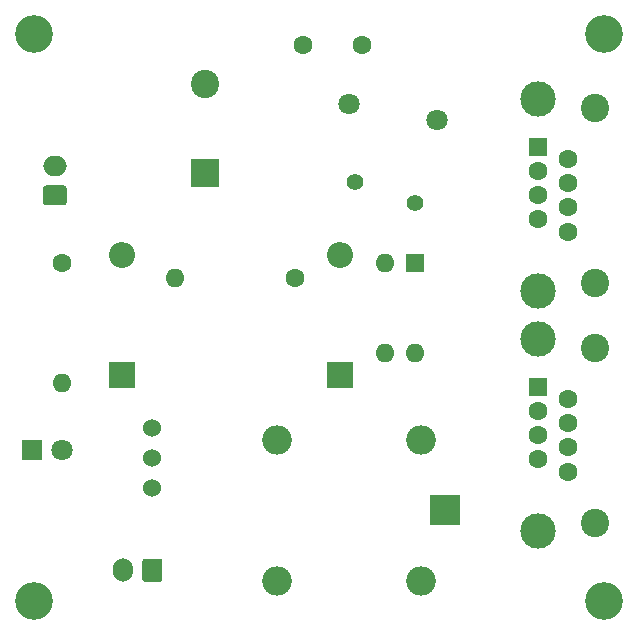
<source format=gbr>
%TF.GenerationSoftware,KiCad,Pcbnew,5.1.6-c6e7f7d~87~ubuntu18.04.1*%
%TF.CreationDate,2020-07-24T23:42:59+09:00*%
%TF.ProjectId,002,3030322e-6b69-4636-9164-5f7063625858,001*%
%TF.SameCoordinates,Original*%
%TF.FileFunction,Soldermask,Top*%
%TF.FilePolarity,Negative*%
%FSLAX46Y46*%
G04 Gerber Fmt 4.6, Leading zero omitted, Abs format (unit mm)*
G04 Created by KiCad (PCBNEW 5.1.6-c6e7f7d~87~ubuntu18.04.1) date 2020-07-24 23:42:59*
%MOMM*%
%LPD*%
G01*
G04 APERTURE LIST*
%ADD10C,3.200000*%
%ADD11C,1.600000*%
%ADD12R,1.600000X1.600000*%
%ADD13C,3.000000*%
%ADD14C,2.400000*%
%ADD15C,1.524000*%
%ADD16O,1.600000X1.600000*%
%ADD17C,1.800000*%
%ADD18R,1.800000X1.800000*%
%ADD19O,1.700000X2.000000*%
%ADD20R,2.400000X2.400000*%
%ADD21O,2.000000X1.700000*%
%ADD22R,2.200000X2.200000*%
%ADD23O,2.200000X2.200000*%
%ADD24C,1.400000*%
%ADD25R,2.500000X2.500000*%
%ADD26O,2.500000X2.500000*%
G04 APERTURE END LIST*
D10*
%TO.C,REF\u002A\u002A*%
X190650000Y-108635000D03*
%TD*%
%TO.C,REF\u002A\u002A*%
X142390000Y-108635000D03*
%TD*%
%TO.C,REF\u002A\u002A*%
X142390000Y-60635000D03*
%TD*%
%TO.C,REF\u002A\u002A*%
X190650000Y-60635000D03*
%TD*%
D11*
%TO.C,J12*%
X187565000Y-97675000D03*
X185025000Y-96655000D03*
X187565000Y-95635000D03*
X185025000Y-94615000D03*
X187565000Y-93595000D03*
X185025000Y-92575000D03*
X187565000Y-91555000D03*
D12*
X185025000Y-90535000D03*
D13*
X185025000Y-86490000D03*
X185025000Y-102740000D03*
D14*
X189865000Y-87215000D03*
X189865000Y-102015000D03*
%TD*%
D11*
%TO.C,J11*%
X187565000Y-77355000D03*
X185025000Y-76335000D03*
X187565000Y-75315000D03*
X185025000Y-74295000D03*
X187565000Y-73275000D03*
X185025000Y-72255000D03*
X187565000Y-71235000D03*
D12*
X185025000Y-70215000D03*
D13*
X185025000Y-66170000D03*
X185025000Y-82420000D03*
D14*
X189865000Y-66895000D03*
X189865000Y-81695000D03*
%TD*%
D15*
%TO.C,FL11*%
X152400000Y-99060000D03*
X152400000Y-96520000D03*
X152400000Y-93980000D03*
%TD*%
D16*
%TO.C,R12*%
X144780000Y-90170000D03*
D11*
X144780000Y-80010000D03*
%TD*%
D17*
%TO.C,D13*%
X144780000Y-95885000D03*
D18*
X142240000Y-95885000D03*
%TD*%
D19*
%TO.C,CN12*%
X149900000Y-106045000D03*
G36*
G01*
X153250000Y-105295000D02*
X153250000Y-106795000D01*
G75*
G02*
X153000000Y-107045000I-250000J0D01*
G01*
X151800000Y-107045000D01*
G75*
G02*
X151550000Y-106795000I0J250000D01*
G01*
X151550000Y-105295000D01*
G75*
G02*
X151800000Y-105045000I250000J0D01*
G01*
X153000000Y-105045000D01*
G75*
G02*
X153250000Y-105295000I0J-250000D01*
G01*
G37*
%TD*%
D17*
%TO.C,RV11*%
X169030000Y-66545000D03*
X176530000Y-67945000D03*
%TD*%
D16*
%TO.C,R11*%
X154305000Y-81280000D03*
D11*
X164465000Y-81280000D03*
%TD*%
%TO.C,C11*%
X170180000Y-61595000D03*
X165180000Y-61595000D03*
%TD*%
D20*
%TO.C,C12*%
X156845000Y-72390000D03*
D14*
X156845000Y-64890000D03*
%TD*%
%TO.C,CN11*%
G36*
G01*
X144895000Y-75145000D02*
X143395000Y-75145000D01*
G75*
G02*
X143145000Y-74895000I0J250000D01*
G01*
X143145000Y-73695000D01*
G75*
G02*
X143395000Y-73445000I250000J0D01*
G01*
X144895000Y-73445000D01*
G75*
G02*
X145145000Y-73695000I0J-250000D01*
G01*
X145145000Y-74895000D01*
G75*
G02*
X144895000Y-75145000I-250000J0D01*
G01*
G37*
D21*
X144145000Y-71795000D03*
%TD*%
D22*
%TO.C,D11*%
X149860000Y-89535000D03*
D23*
X149860000Y-79375000D03*
%TD*%
%TO.C,D12*%
X168275000Y-79375000D03*
D22*
X168275000Y-89535000D03*
%TD*%
D24*
%TO.C,F11*%
X169525000Y-73130000D03*
X174625000Y-74930000D03*
%TD*%
D25*
%TO.C,K11*%
X177165000Y-100965000D03*
D26*
X175165000Y-94965000D03*
X162965000Y-94965000D03*
X162965000Y-106965000D03*
X175165000Y-106965000D03*
%TD*%
D16*
%TO.C,U11*%
X174625000Y-87630000D03*
X172085000Y-80010000D03*
X172085000Y-87630000D03*
D12*
X174625000Y-80010000D03*
%TD*%
M02*

</source>
